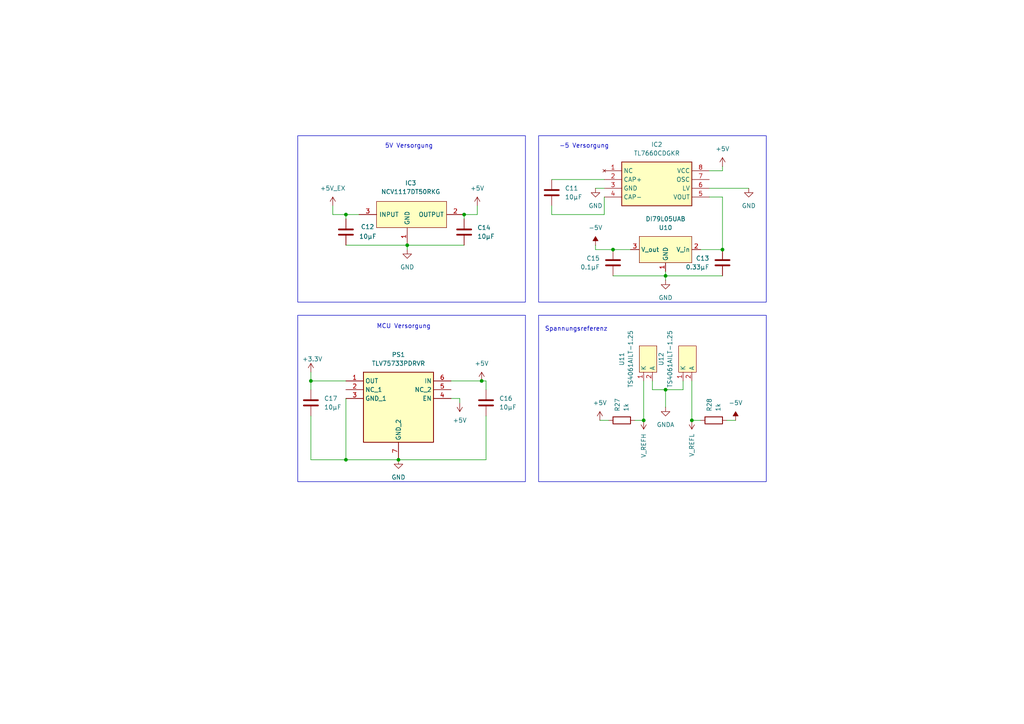
<source format=kicad_sch>
(kicad_sch (version 20231120) (generator "eeschema") (generator_version "8.0")
  (paper "A4")
  (lib_symbols
    (symbol "Device:C" (pin_numbers hide) (pin_names (offset 0.254))
      (property "Reference" "C" (at 0.635 2.54 0))
      (property "Value" "C" (at 0.635 -2.54 0))
      (symbol "C_0_1"
        (polyline (pts (xy -2.032 -0.762) (xy 2.032 -0.762)) (stroke (width 0.508)))
        (polyline (pts (xy -2.032 0.762) (xy 2.032 0.762)) (stroke (width 0.508)))
      )
      (symbol "C_1_1"
        (pin passive line (at 0 3.81 270) (length 2.794) (name "~") (number "1"))
        (pin passive line (at 0 -3.81 90) (length 2.794) (name "~") (number "2"))
      )
    )
    (symbol "Device:R" (pin_numbers hide) (pin_names (offset 0))
      (property "Reference" "R" (at 2.032 0 90))
      (property "Value" "R" (at 0 0 90))
      (symbol "R_0_1"
        (rectangle (start -1.016 -2.54) (end 1.016 2.54) (stroke (width 0.254)))
      )
      (symbol "R_1_1"
        (pin passive line (at 0 3.81 270) (length 1.27) (name "~") (number "1"))
        (pin passive line (at 0 -3.81 90) (length 1.27) (name "~") (number "2"))
      )
    )
    (symbol "LDO:DI79L05UAB_"
      (property "Reference" "U" (at 0 5.08 0))
      (symbol "DI79L05UAB__1_1"
        (rectangle (start -7.62 3.81) (end 7.62 -3.81) (fill (type background)))
        (pin input line (at 0 -6.35 90) (length 2.54) (name "GND") (number "1"))
        (pin input line (at -10.16 0 0) (length 2.54) (name "V_in") (number "2"))
        (pin input line (at 10.16 0 180) (length 2.54) (name "V_out") (number "3"))
      )
    )
    (symbol "LDO:NCV1117DT50RKG" (pin_names (offset 0.762))
      (property "Reference" "IC" (at 2.032 11.684 0))
      (property "Value" "NCV1117DT50RKG" (at 2.032 9.144 0))
      (symbol "NCV1117DT50RKG_0_0"
        (pin passive line (at 25.4 3.81 180) (length 5.08) (name "OUTPUT") (number "2"))
        (pin passive line (at -5.08 3.81 0) (length 5.08) (name "INPUT") (number "3"))
      )
      (symbol "NCV1117DT50RKG_1_0"
        (pin passive line (at 8.89 -5.08 90) (length 5.08) (name "GND") (number "1"))
      )
      (symbol "NCV1117DT50RKG_1_1"
        (polyline (pts (xy 0 7.62) (xy 20.32 7.62) (xy 20.32 0) (xy 0 0) (xy 0 7.62)) (stroke (width 0.1524)) (fill (type background)))
      )
    )
    (symbol "LDO:TLV75733PDRVR"
      (property "Reference" "PS" (at 26.67 7.62 0))
      (property "Value" "TLV75733PDRVR" (at 26.67 5.08 0))
      (symbol "TLV75733PDRVR_1_1"
        (rectangle (start 5.08 2.54) (end 25.4 -17.78) (stroke (width 0.254)) (fill (type background)))
        (pin output line (at 0 0 0) (length 5.08) (name "OUT") (number "1"))
        (pin passive line (at 0 -2.54 0) (length 5.08) (name "NC_1") (number "2"))
        (pin power_in line (at 0 -5.08 0) (length 5.08) (name "GND_1") (number "3"))
        (pin input line (at 30.48 -5.08 180) (length 5.08) (name "EN") (number "4"))
        (pin passive line (at 30.48 -2.54 180) (length 5.08) (name "NC_2") (number "5"))
        (pin power_in line (at 30.48 0 180) (length 5.08) (name "IN") (number "6"))
        (pin power_in line (at 15.24 -22.86 90) (length 5.08) (name "GND_2") (number "7"))
      )
    )
    (symbol "Spannungsreferenzen:TS4061AILT-1.25"
      (property "Reference" "U" (at 3.302 1.524 0))
      (property "Value" "TS4061AILT-1.25" (at 4.064 -6.604 0))
      (symbol "TS4061AILT-1.25_1_1"
        (rectangle (start 0 0) (end 7.62 -5.08) (fill (type background)))
        (pin input line (at -2.54 -1.27 0) (length 2.54) (name "K") (number "1"))
        (pin input line (at -2.54 -3.81 0) (length 2.54) (name "A") (number "2"))
        (pin no_connect line (at 10.16 -2.54 180) (length 2.54) hide (name "NC") (number "3"))
      )
    )
    (symbol "TS4061AILT-1.25_1"
      (property "Reference" "U" (at 3.302 1.524 0))
      (property "Value" "TS4061AILT-1.25" (at 4.064 -6.604 0))
      (symbol "TS4061AILT-1.25_1_1_1"
        (rectangle (start 0 0) (end 7.62 -5.08) (fill (type background)))
        (pin input line (at -2.54 -1.27 0) (length 2.54) (name "K") (number "1"))
        (pin input line (at -2.54 -3.81 0) (length 2.54) (name "A") (number "2"))
        (pin no_connect line (at 10.16 -2.54 180) (length 2.54) hide (name "NC") (number "3"))
      )
    )
    (symbol "Voltage_Converter:TL7660CDGKR"
      (property "Reference" "IC" (at 26.67 7.62 0))
      (property "Value" "TL7660CDGKR" (at 26.67 5.08 0))
      (symbol "TL7660CDGKR_1_1"
        (rectangle (start 5.08 2.54) (end 25.4 -10.16) (stroke (width 0.254)) (fill (type background)))
        (pin no_connect line (at 0 0 0) (length 5.08) (name "NC") (number "1"))
        (pin passive line (at 0 -2.54 0) (length 5.08) (name "CAP+") (number "2"))
        (pin passive line (at 0 -5.08 0) (length 5.08) (name "GND") (number "3"))
        (pin passive line (at 0 -7.62 0) (length 5.08) (name "CAP-") (number "4"))
        (pin passive line (at 30.48 -7.62 180) (length 5.08) (name "VOUT") (number "5"))
        (pin passive line (at 30.48 -5.08 180) (length 5.08) (name "LV") (number "6"))
        (pin passive line (at 30.48 -2.54 180) (length 5.08) (name "OSC") (number "7"))
        (pin passive line (at 30.48 0 180) (length 5.08) (name "VCC") (number "8"))
      )
    )
    (symbol "power:+3.3V" (power) (pin_names (offset 0))
      (property "Value" "+3.3V" (at 0 3.556 0))
      (symbol "+3.3V_0_1"
        (polyline (pts (xy -0.762 1.27) (xy 0 2.54)))
        (polyline (pts (xy 0 0) (xy 0 2.54)))
        (polyline (pts (xy 0 2.54) (xy 0.762 1.27)))
      )
      (symbol "+3.3V_1_1"
        (pin power_in line (at 0 0 90) (length 0) hide (name "+3.3V") (number "1"))
      )
    )
    (symbol "power:+36V" (power) (pin_numbers hide) (pin_names (offset 0) hide)
      (property "Value" "+36V" (at 0 3.556 0))
      (symbol "+36V_0_1"
        (polyline (pts (xy -0.762 1.27) (xy 0 2.54)))
        (polyline (pts (xy 0 0) (xy 0 2.54)))
        (polyline (pts (xy 0 2.54) (xy 0.762 1.27)))
      )
      (symbol "+36V_1_1"
        (pin power_in line (at 0 0 90) (length 0) (name "~") (number "1"))
      )
    )
    (symbol "power:+5V" (power) (pin_numbers hide) (pin_names (offset 0) hide)
      (property "Value" "+5V" (at 0 3.556 0))
      (symbol "+5V_0_1"
        (polyline (pts (xy -0.762 1.27) (xy 0 2.54)))
        (polyline (pts (xy 0 0) (xy 0 2.54)))
        (polyline (pts (xy 0 2.54) (xy 0.762 1.27)))
      )
      (symbol "+5V_1_1"
        (pin power_in line (at 0 0 90) (length 0) (name "~") (number "1"))
      )
    )
    (symbol "power:-5V" (power) (pin_numbers hide) (pin_names (offset 0) hide)
      (property "Value" "-5V" (at 0 3.556 0))
      (symbol "-5V_0_0"
        (pin power_in line (at 0 0 90) (length 0) (name "~") (number "1"))
      )
      (symbol "-5V_0_1"
        (polyline (pts (xy 0 0) (xy 0 1.27) (xy 0.762 1.27) (xy 0 2.54) (xy -0.762 1.27) (xy 0 1.27)) (fill (type outline)))
      )
    )
    (symbol "power:GND" (power) (pin_numbers hide) (pin_names (offset 0) hide)
      (property "Value" "GND" (at 0 -3.81 0))
      (symbol "GND_0_1"
        (polyline (pts (xy 0 0) (xy 0 -1.27) (xy 1.27 -1.27) (xy 0 -2.54) (xy -1.27 -1.27) (xy 0 -1.27)))
      )
      (symbol "GND_1_1"
        (pin power_in line (at 0 0 270) (length 0) (name "~") (number "1"))
      )
    )
    (symbol "power:GNDA" (power) (pin_numbers hide) (pin_names (offset 0) hide)
      (property "Value" "GNDA" (at 0 -3.81 0))
      (symbol "GNDA_0_1"
        (polyline (pts (xy 0 0) (xy 0 -1.27) (xy 1.27 -1.27) (xy 0 -2.54) (xy -1.27 -1.27) (xy 0 -1.27)))
      )
      (symbol "GNDA_1_1"
        (pin power_in line (at 0 0 270) (length 0) (name "~") (number "1"))
      )
    )
  )
  (junction (at 118.11 71.12))
  (junction (at 134.62 62.23))
  (junction (at 177.8 72.39))
  (junction (at 100.33 62.23))
  (junction (at 193.04 113.03))
  (junction (at 90.17 110.49))
  (junction (at 209.55 72.39))
  (junction (at 139.7 110.49))
  (junction (at 100.33 133.35))
  (junction (at 186.69 121.92))
  (junction (at 115.57 133.35))
  (junction (at 193.04 80.01))
  (junction (at 200.66 121.92))
  (wire (pts (xy 198.12 113.03) (xy 198.12 110.49)))
  (wire (pts (xy 203.2 121.92) (xy 200.66 121.92)))
  (wire (pts (xy 172.72 72.39) (xy 177.8 72.39)))
  (wire (pts (xy 182.88 72.39) (xy 177.8 72.39)))
  (wire (pts (xy 118.11 71.12) (xy 118.11 72.39)))
  (wire (pts (xy 209.55 57.15) (xy 205.74 57.15)))
  (wire (pts (xy 175.26 62.23) (xy 160.02 62.23)))
  (wire (pts (xy 130.81 110.49) (xy 139.7 110.49)))
  (wire (pts (xy 205.74 54.61) (xy 217.17 54.61)))
  (wire (pts (xy 200.66 121.92) (xy 200.66 110.49)))
  (wire (pts (xy 173.99 121.92) (xy 176.53 121.92)))
  (wire (pts (xy 100.33 133.35) (xy 115.57 133.35)))
  (wire (pts (xy 90.17 120.65) (xy 90.17 133.35)))
  (wire (pts (xy 140.97 110.49) (xy 140.97 113.03)))
  (wire (pts (xy 186.69 110.49) (xy 186.69 121.92)))
  (wire (pts (xy 175.26 62.23) (xy 175.26 57.15)))
  (wire (pts (xy 140.97 133.35) (xy 115.57 133.35)))
  (wire (pts (xy 90.17 113.03) (xy 90.17 110.49)))
  (wire (pts (xy 139.7 110.49) (xy 140.97 110.49)))
  (wire (pts (xy 193.04 118.11) (xy 193.04 113.03)))
  (wire (pts (xy 160.02 59.69) (xy 160.02 62.23)))
  (wire (pts (xy 96.52 62.23) (xy 100.33 62.23)))
  (wire (pts (xy 209.55 48.26) (xy 209.55 49.53)))
  (wire (pts (xy 193.04 113.03) (xy 198.12 113.03)))
  (wire (pts (xy 90.17 133.35) (xy 100.33 133.35)))
  (wire (pts (xy 189.23 113.03) (xy 193.04 113.03)))
  (wire (pts (xy 96.52 62.23) (xy 96.52 59.69)))
  (wire (pts (xy 133.35 115.57) (xy 130.81 115.57)))
  (wire (pts (xy 184.15 121.92) (xy 186.69 121.92)))
  (wire (pts (xy 193.04 80.01) (xy 177.8 80.01)))
  (wire (pts (xy 100.33 115.57) (xy 100.33 133.35)))
  (wire (pts (xy 209.55 80.01) (xy 193.04 80.01)))
  (wire (pts (xy 104.14 62.23) (xy 100.33 62.23)))
  (wire (pts (xy 138.43 62.23) (xy 134.62 62.23)))
  (wire (pts (xy 138.43 59.69) (xy 138.43 62.23)))
  (wire (pts (xy 189.23 113.03) (xy 189.23 110.49)))
  (wire (pts (xy 172.72 54.61) (xy 175.26 54.61)))
  (wire (pts (xy 100.33 71.12) (xy 118.11 71.12)))
  (wire (pts (xy 160.02 52.07) (xy 175.26 52.07)))
  (wire (pts (xy 209.55 72.39) (xy 203.2 72.39)))
  (wire (pts (xy 134.62 62.23) (xy 134.62 63.5)))
  (wire (pts (xy 100.33 62.23) (xy 100.33 63.5)))
  (wire (pts (xy 209.55 57.15) (xy 209.55 72.39)))
  (wire (pts (xy 133.35 116.84) (xy 133.35 115.57)))
  (wire (pts (xy 90.17 110.49) (xy 100.33 110.49)))
  (wire (pts (xy 193.04 80.01) (xy 193.04 81.28)))
  (wire (pts (xy 209.55 49.53) (xy 205.74 49.53)))
  (wire (pts (xy 90.17 107.95) (xy 90.17 110.49)))
  (wire (pts (xy 172.72 72.39) (xy 172.72 71.12)))
  (wire (pts (xy 193.04 78.74) (xy 193.04 80.01)))
  (wire (pts (xy 213.36 121.92) (xy 210.82 121.92)))
  (wire (pts (xy 118.11 71.12) (xy 134.62 71.12)))
  (wire (pts (xy 140.97 120.65) (xy 140.97 133.35)))
  (rectangle (start 86.36 91.44) (end 152.4 139.7))
  (rectangle (start 156.21 91.44) (end 222.25 139.7))
  (rectangle (start 156.21 39.37) (end 222.25 87.63))
  (rectangle (start 86.36 39.37) (end 152.4 87.63))
  (text "5V Versorgung\n" (at 118.618 42.418 0) (effects (font (size 1.27 1.27))))
  (text "Spannungsreferenz" (at 167.132 95.504 0) (effects (font (size 1.27 1.27))))
  (text "-5 Versorgung" (at 169.418 42.418 0) (effects (font (size 1.27 1.27))))
  (text "MCU Versorgung" (at 117.094 94.742 0) (effects (font (size 1.27 1.27))))
  (symbol (lib_id "Device:R") (at 180.34 121.92 90) (unit 1)
    (property "Reference" "R27" (at 179.0699 119.38 0) (effects (justify left)))
    (property "Value" "1k" (at 181.6099 119.38 0) (effects (justify left)))
    (property "Footprint" "Resistor_SMD:R_0805_2012Metric_Pad1.20x1.40mm_HandSolder" (effects (hide yes)))
    (property "Description" "Resistor" (effects (hide yes)))
  )
  (symbol (lib_id "power:+5V") (at 96.52 59.69 0) (unit 1)
    (property "Reference" "#PWR047" (effects (hide yes)))
    (property "Value" "+5V_EX" (at 96.52 54.61 0))
  )
  (symbol (lib_id "Device:C") (at 90.17 116.84 0) (unit 1)
    (property "Reference" "C17" (at 93.98 115.5699 0) (effects (justify left)))
    (property "Value" "10µF" (at 93.98 118.1099 0) (effects (justify left)))
    (property "Footprint" "Capacitor_SMD:C_0805_2012Metric_Pad1.18x1.45mm_HandSolder" (effects (hide yes)))
    (property "Description" "Unpolarized capacitor" (effects (hide yes)))
  )
  (symbol (lib_name "TS4061AILT-1.25_1") (lib_id "Spannungsreferenzen:TS4061AILT-1.25") (at 185.42 107.95 90) (unit 1)
    (property "Reference" "U11" (at 180.34 104.14 0))
    (property "Value" "TS4061AILT-1.25" (at 182.88 104.14 0))
    (property "Footprint" "Package_TO_SOT_SMD:SOT-23-3" (effects (hide yes)))
  )
  (symbol (lib_id "Device:C") (at 134.62 67.31 0) (unit 1)
    (property "Reference" "C14" (at 138.43 66.0399 0) (effects (justify left)))
    (property "Value" "10µF" (at 138.43 68.5799 0) (effects (justify left)))
    (property "Footprint" "Capacitor_SMD:C_0805_2012Metric_Pad1.18x1.45mm_HandSolder" (effects (hide yes)))
    (property "Description" "Unpolarized capacitor" (effects (hide yes)))
  )
  (symbol (lib_id "Device:C") (at 140.97 116.84 0) (unit 1)
    (property "Reference" "C16" (at 144.78 115.5699 0) (effects (justify left)))
    (property "Value" "10µF" (at 144.78 118.1099 0) (effects (justify left)))
    (property "Footprint" "Capacitor_SMD:C_0805_2012Metric_Pad1.18x1.45mm_HandSolder" (effects (hide yes)))
    (property "Description" "Unpolarized capacitor" (effects (hide yes)))
  )
  (symbol (lib_id "power:+5V") (at 173.99 121.92 0) (unit 1)
    (property "Reference" "#PWR044" (effects (hide yes)))
    (property "Value" "+5V" (at 173.99 116.84 0))
    (property "Description" "Power symbol creates a global label with name \"+5V\"" (effects (hide yes)))
  )
  (symbol (lib_id "LDO:NCV1117DT50RKG") (at 109.22 66.04 0) (unit 1)
    (property "Reference" "IC3" (at 119.126 53.086 0))
    (property "Value" "NCV1117DT50RKG" (at 119.126 55.626 0))
    (property "Footprint" "LDO:NCV1117DT50RKG" (effects (hide yes)))
    (property "Datasheet" "http://www.onsemi.com/pub/Collateral/NCP1117-D.PDF" (effects (hide yes)))
    (property "Description" "ON Semiconductor NCV1117DT50RKG, LDO Voltage Regulator, 2200mA, 5 V +/-1%, Maximum of 20 Vin, 3-Pin DPAK" (effects (hide yes)))
    (property "Description_1" "ON Semiconductor NCV1117DT50RKG, LDO Voltage Regulator, 2200mA, 5 V +/-1%, Maximum of 20 Vin, 3-Pin DPAK" (effects (hide yes)))
    (property "Height" "2.38" (effects (hide yes)))
    (property "Mouser Part Number" "863-NCV1117DT50RKG" (effects (hide yes)))
    (property "Mouser Price/Stock" "https://www.mouser.co.uk/ProductDetail/onsemi/NCV1117DT50RKG?qs=8sOby8ZxZLF6sS2szQlqSw%3D%3D" (effects (hide yes)))
    (property "Manufacturer_Name" "onsemi" (effects (hide yes)))
    (property "Manufacturer_Part_Number" "NCV1117DT50RKG" (effects (hide yes)))
  )
  (symbol (lib_id "Spannungsreferenzen:TS4061AILT-1.25") (at 196.85 107.95 90) (unit 1)
    (property "Reference" "U12" (at 191.77 104.14 0))
    (property "Value" "TS4061AILT-1.25" (at 194.31 104.14 0))
    (property "Footprint" "Package_TO_SOT_SMD:SOT-23-3" (effects (hide yes)))
  )
  (symbol (lib_id "power:GND") (at 115.57 133.35 0) (mirror y) (unit 1)
    (property "Reference" "#PWR052" (effects (hide yes)))
    (property "Value" "GND" (at 115.57 138.43 0))
    (property "Description" "Power symbol creates a global label with name \"GND\" , ground" (effects (hide yes)))
  )
  (symbol (lib_id "power:GND") (at 118.11 72.39 0) (mirror y) (unit 1)
    (property "Reference" "#PWR039" (effects (hide yes)))
    (property "Value" "GND" (at 118.11 77.47 0))
    (property "Description" "Power symbol creates a global label with name \"GND\" , ground" (effects (hide yes)))
  )
  (symbol (lib_id "Device:C") (at 209.55 76.2 0) (mirror y) (unit 1)
    (property "Reference" "C13" (at 205.74 74.9299 0) (effects (justify left)))
    (property "Value" "0.33µF" (at 205.74 77.4699 0) (effects (justify left)))
    (property "Footprint" "Capacitor_SMD:C_0805_2012Metric_Pad1.18x1.45mm_HandSolder" (effects (hide yes)))
    (property "Description" "Unpolarized capacitor" (effects (hide yes)))
  )
  (symbol (lib_id "power:GNDA") (at 193.04 118.11 0) (unit 1)
    (property "Reference" "#PWR046" (effects (hide yes)))
    (property "Value" "GNDA" (at 193.04 123.19 0))
    (property "Description" "Power symbol creates a global label with name \"GNDA\" , analog ground" (effects (hide yes)))
  )
  (symbol (lib_id "power:+3.3V") (at 90.17 107.95 0) (unit 1)
    (property "Reference" "#PWR051" (effects (hide yes)))
    (property "Value" "+3.3V" (at 87.63 104.14 0) (effects (justify left)))
  )
  (symbol (lib_id "Voltage_Converter:TL7660CDGKR") (at 175.26 49.53 0) (unit 1)
    (property "Reference" "IC2" (at 190.5 41.91 0))
    (property "Value" "TL7660CDGKR" (at 190.5 44.45 0))
    (property "Footprint" "Voltage_Converter:SOP65P490X110-8N" (effects (hide yes)))
    (property "Datasheet" "http://www.ti.com/lit/gpn/tl7660" (effects (hide yes)))
    (property "Description" "CMOS Voltage Converter" (effects (hide yes)))
    (property "Height" "1.1" (effects (hide yes)))
    (property "Mouser Part Number" "595-TL7660CDGKR" (effects (hide yes)))
    (property "Mouser Price/Stock" "https://www.mouser.co.uk/ProductDetail/Texas-Instruments/TL7660CDGKR?qs=jZi1jxfVU94ZLac8LvIXIA%3D%3D" (effects (hide yes)))
    (property "Manufacturer_Name" "Texas Instruments" (effects (hide yes)))
    (property "Manufacturer_Part_Number" "TL7660CDGKR" (effects (hide yes)))
  )
  (symbol (lib_id "Device:C") (at 177.8 76.2 0) (mirror y) (unit 1)
    (property "Reference" "C15" (at 173.99 74.9299 0) (effects (justify left)))
    (property "Value" "0.1µF" (at 173.99 77.4699 0) (effects (justify left)))
    (property "Footprint" "Capacitor_SMD:C_0805_2012Metric_Pad1.18x1.45mm_HandSolder" (effects (hide yes)))
    (property "Description" "Unpolarized capacitor" (effects (hide yes)))
  )
  (symbol (lib_id "power:GND") (at 193.04 81.28 0) (mirror y) (unit 1)
    (property "Reference" "#PWR042" (effects (hide yes)))
    (property "Value" "GND" (at 193.04 86.36 0))
    (property "Description" "Power symbol creates a global label with name \"GND\" , ground" (effects (hide yes)))
  )
  (symbol (lib_id "power:+5V") (at 133.35 116.84 180) (unit 1)
    (property "Reference" "#PWR050" (effects (hide yes)))
    (property "Value" "+5V" (at 133.35 121.92 0))
    (property "Description" "Power symbol creates a global label with name \"+5V\"" (effects (hide yes)))
  )
  (symbol (lib_id "Device:C") (at 160.02 55.88 0) (unit 1)
    (property "Reference" "C11" (at 163.83 54.6099 0) (effects (justify left)))
    (property "Value" "10µF" (at 163.83 57.1499 0) (effects (justify left)))
    (property "Footprint" "Capacitor_SMD:C_0805_2012Metric_Pad1.18x1.45mm_HandSolder" (effects (hide yes)))
    (property "Description" "Unpolarized capacitor" (effects (hide yes)))
  )
  (symbol (lib_id "LDO:TLV75733PDRVR") (at 100.33 110.49 0) (unit 1)
    (property "Reference" "PS1" (at 115.57 102.87 0))
    (property "Value" "TLV75733PDRVR" (at 115.57 105.41 0))
    (property "Footprint" "LDO:SON65P200X200X80-7N" (effects (hide yes)))
    (property "Datasheet" "http://www.ti.com/lit/gpn/tlv757p" (effects (hide yes)))
    (property "Description" "LDO Voltage Regulators 1A Low-Quiescent-Current Low-Dropout (LDO) Regulator 6-WSON -40 to 125" (effects (hide yes)))
    (property "Height" "0.8" (effects (hide yes)))
    (property "Mouser Part Number" "595-TLV75733PDRVR" (effects (hide yes)))
    (property "Mouser Price/Stock" "https://www.mouser.co.uk/ProductDetail/Texas-Instruments/TLV75733PDRVR?qs=W0yvOO0ixfGlytsi33vetg%3D%3D" (effects (hide yes)))
    (property "Manufacturer_Name" "Texas Instruments" (effects (hide yes)))
    (property "Manufacturer_Part_Number" "TLV75733PDRVR" (effects (hide yes)))
  )
  (symbol (lib_id "power:+5V") (at 139.7 110.49 0) (unit 1)
    (property "Reference" "#PWR049" (effects (hide yes)))
    (property "Value" "+5V" (at 139.7 105.41 0))
    (property "Description" "Power symbol creates a global label with name \"+5V\"" (effects (hide yes)))
  )
  (symbol (lib_id "power:-5V") (at 213.36 121.92 0) (unit 1)
    (property "Reference" "#PWR045" (effects (hide yes)))
    (property "Value" "-5V" (at 213.36 116.84 0))
    (property "Description" "Power symbol creates a global label with name \"-5V\"" (effects (hide yes)))
  )
  (symbol (lib_id "power:+5V") (at 138.43 59.69 0) (unit 1)
    (property "Reference" "#PWR041" (effects (hide yes)))
    (property "Value" "+5V" (at 138.43 54.61 0))
    (property "Description" "Power symbol creates a global label with name \"+5V\"" (effects (hide yes)))
  )
  (symbol (lib_id "power:+36V") (at 186.69 121.92 180) (unit 1)
    (property "Reference" "#PWR053" (effects (hide yes)))
    (property "Value" "V_REFH" (at 186.6899 125.73 90) (effects (justify left)))
    (property "Description" "Power symbol creates a global label with name \"+36V\"" (effects (hide yes)))
  )
  (symbol (lib_id "LDO:DI79L05UAB_") (at 193.04 72.39 0) (mirror y) (unit 1)
    (property "Reference" "U10" (at 193.04 66.04 0))
    (property "Value" "DI79L05UAB" (at 193.04 63.5 0))
    (property "Footprint" "Package_TO_SOT_SMD:SOT-89-3_Handsoldering" (effects (hide yes)))
  )
  (symbol (lib_id "power:+36V") (at 200.66 121.92 180) (unit 1)
    (property "Reference" "#PWR054" (effects (hide yes)))
    (property "Value" "V_REFL" (at 200.6599 125.73 90) (effects (justify left)))
    (property "Description" "Power symbol creates a global label with name \"+36V\"" (effects (hide yes)))
  )
  (symbol (lib_id "Device:C") (at 100.33 67.31 0) (unit 1)
    (property "Reference" "C12" (at 104.648 65.786 0) (effects (justify left)))
    (property "Value" "10µF" (at 104.14 68.5799 0) (effects (justify left)))
    (property "Footprint" "Capacitor_SMD:C_0805_2012Metric_Pad1.18x1.45mm_HandSolder" (effects (hide yes)))
    (property "Description" "Unpolarized capacitor" (effects (hide yes)))
  )
  (symbol (lib_id "power:GND") (at 217.17 54.61 0) (mirror y) (unit 1)
    (property "Reference" "#PWR040" (effects (hide yes)))
    (property "Value" "GND" (at 217.17 59.69 0))
    (property "Description" "Power symbol creates a global label with name \"GND\" , ground" (effects (hide yes)))
  )
  (symbol (lib_id "power:+5V") (at 209.55 48.26 0) (unit 1)
    (property "Reference" "#PWR048" (effects (hide yes)))
    (property "Value" "+5V" (at 209.55 43.18 0))
    (property "Description" "Power symbol creates a global label with name \"+5V\"" (effects (hide yes)))
  )
  (symbol (lib_id "power:-5V") (at 172.72 71.12 0) (mirror y) (unit 1)
    (property "Reference" "#PWR043" (effects (hide yes)))
    (property "Value" "-5V" (at 172.72 66.04 0))
    (property "Description" "Power symbol creates a global label with name \"-5V\"" (effects (hide yes)))
  )
  (symbol (lib_id "Device:R") (at 207.01 121.92 90) (unit 1)
    (property "Reference" "R28" (at 205.7399 119.38 0) (effects (justify left)))
    (property "Value" "1k" (at 208.2799 119.38 0) (effects (justify left)))
    (property "Footprint" "Resistor_SMD:R_0805_2012Metric_Pad1.20x1.40mm_HandSolder" (effects (hide yes)))
    (property "Description" "Resistor" (effects (hide yes)))
  )
  (symbol (lib_id "power:GND") (at 172.72 54.61 0) (unit 1)
    (property "Reference" "#PWR038" (effects (hide yes)))
    (property "Value" "GND" (at 172.72 59.69 0))
    (property "Description" "Power symbol creates a global label with name \"GND\" , ground" (effects (hide yes)))
  )
)
</source>
